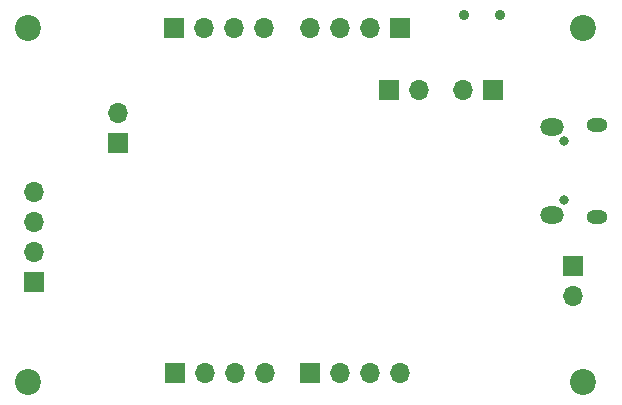
<source format=gbr>
%TF.GenerationSoftware,KiCad,Pcbnew,(6.0.11)*%
%TF.CreationDate,2023-06-03T19:27:43-07:00*%
%TF.ProjectId,stm32_PendCartBoard,73746d33-325f-4506-956e-644361727442,rev?*%
%TF.SameCoordinates,Original*%
%TF.FileFunction,Soldermask,Bot*%
%TF.FilePolarity,Negative*%
%FSLAX46Y46*%
G04 Gerber Fmt 4.6, Leading zero omitted, Abs format (unit mm)*
G04 Created by KiCad (PCBNEW (6.0.11)) date 2023-06-03 19:27:43*
%MOMM*%
%LPD*%
G01*
G04 APERTURE LIST*
%ADD10R,1.700000X1.700000*%
%ADD11O,1.700000X1.700000*%
%ADD12O,0.800000X0.800000*%
%ADD13O,2.000000X1.450000*%
%ADD14O,1.800000X1.150000*%
%ADD15C,2.200000*%
%ADD16C,0.900000*%
G04 APERTURE END LIST*
D10*
%TO.C,J7*%
X119160000Y-54705000D03*
D11*
X119160000Y-52165000D03*
%TD*%
D10*
%TO.C,J6*%
X157700000Y-65140000D03*
D11*
X157700000Y-67680000D03*
%TD*%
D10*
%TO.C,J5*%
X142065000Y-50260000D03*
D11*
X144605000Y-50260000D03*
%TD*%
D10*
%TO.C,J1*%
X150895000Y-50260000D03*
D11*
X148355000Y-50260000D03*
%TD*%
D12*
%TO.C,J3*%
X156930000Y-54600000D03*
X156930000Y-59600000D03*
D13*
X155880000Y-53375000D03*
X155880000Y-60825000D03*
D14*
X159680000Y-60975000D03*
X159680000Y-53225000D03*
%TD*%
D10*
%TO.C,J8*%
X123970000Y-74220000D03*
D11*
X126510000Y-74220000D03*
X129050000Y-74220000D03*
X131590000Y-74220000D03*
%TD*%
D15*
%TO.C,H2*%
X158500000Y-45000000D03*
%TD*%
%TO.C,H1*%
X111500000Y-45000000D03*
%TD*%
D10*
%TO.C,J2*%
X142980000Y-45000000D03*
D11*
X140440000Y-45000000D03*
X137900000Y-45000000D03*
X135360000Y-45000000D03*
%TD*%
D15*
%TO.C,H4*%
X158500000Y-75000000D03*
%TD*%
D10*
%TO.C,J10*%
X123840000Y-45000000D03*
D11*
X126380000Y-45000000D03*
X128920000Y-45000000D03*
X131460000Y-45000000D03*
%TD*%
D15*
%TO.C,H3*%
X111500000Y-75000000D03*
%TD*%
D10*
%TO.C,J4*%
X112060000Y-66520000D03*
D11*
X112060000Y-63980000D03*
X112060000Y-61440000D03*
X112060000Y-58900000D03*
%TD*%
D16*
%TO.C,SW1*%
X151450000Y-43895000D03*
X148450000Y-43895000D03*
%TD*%
D10*
%TO.C,J9*%
X135420000Y-74240000D03*
D11*
X137960000Y-74240000D03*
X140500000Y-74240000D03*
X143040000Y-74240000D03*
%TD*%
M02*

</source>
